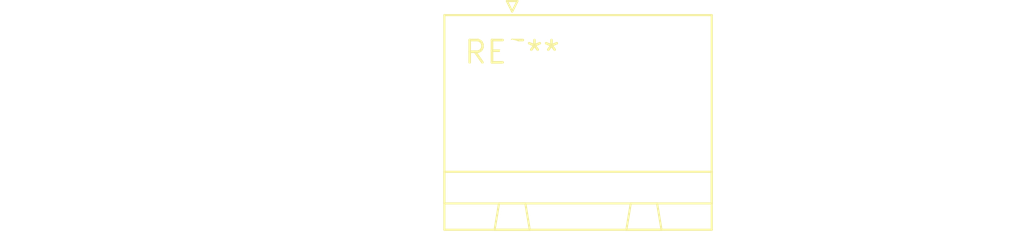
<source format=kicad_pcb>
(kicad_pcb (version 20240108) (generator pcbnew)
  (layers (0 "F.Cu" signal) (31 "B.Cu" signal) (34 "B.Paste" user) (35 "F.Paste" user) (36 "B.SilkS" user "B.Silkscreen") (37 "F.SilkS" user "F.Silkscreen") (38 "B.Mask" user) (39 "F.Mask" user) (44 "Edge.Cuts" user))
  (net 0 "")
  (footprint "PhoenixContact_GMSTBA_2,5_2-G_1x02_P7.50mm_Horizontal" (layer "F.Cu") (at 0 0)
    (property "Reference" "REF**")
    (property "Value" "PhoenixContact_GMSTBA_2,5_2-G_1x02_P7.50mm_Horizontal")
    (fp_line (start -3.86 -2.11) (end -3.86 10.11) (layer "F.SilkS") (stroke (width 0.12)))
    (fp_line (start -3.86 6.81) (end 11.36 6.81) (layer "F.SilkS") (stroke (width 0.12)))
    (fp_line (start -3.86 8.61) (end -3.86 6.81) (layer "F.SilkS") (stroke (width 0.12)))
    (fp_line (start -3.86 10.11) (end 11.36 10.11) (layer "F.SilkS") (stroke (width 0.12)))
    (fp_line (start -1 10.11) (end 1 10.11) (layer "F.SilkS") (stroke (width 0.12)))
    (fp_line (start -0.75 8.61) (end -1 10.11) (layer "F.SilkS") (stroke (width 0.12)))
    (fp_line (start -0.3 -2.91) (end 0.3 -2.91) (layer "F.SilkS") (stroke (width 0.12)))
    (fp_line (start 0 -2.31) (end -0.3 -2.91) (layer "F.SilkS") (stroke (width 0.12)))
    (fp_line (start 0.3 -2.91) (end 0 -2.31) (layer "F.SilkS") (stroke (width 0.12)))
    (fp_line (start 0.75 8.61) (end -0.75 8.61) (layer "F.SilkS") (stroke (width 0.12)))
    (fp_line (start 1 10.11) (end 0.75 8.61) (layer "F.SilkS") (stroke (width 0.12)))
    (fp_line (start 6.5 10.11) (end 8.5 10.11) (layer "F.SilkS") (stroke (width 0.12)))
    (fp_line (start 6.75 8.61) (end 6.5 10.11) (layer "F.SilkS") (stroke (width 0.12)))
    (fp_line (start 8.25 8.61) (end 6.75 8.61) (layer "F.SilkS") (stroke (width 0.12)))
    (fp_line (start 8.5 10.11) (end 8.25 8.61) (layer "F.SilkS") (stroke (width 0.12)))
    (fp_line (start 11.36 -2.11) (end -3.86 -2.11) (layer "F.SilkS") (stroke (width 0.12)))
    (fp_line (start 11.36 6.81) (end 11.36 8.61) (layer "F.SilkS") (stroke (width 0.12)))
    (fp_line (start 11.36 8.61) (end -3.86 8.61) (layer "F.SilkS") (stroke (width 0.12)))
    (fp_line (start 11.36 10.11) (end 11.36 -2.11) (layer "F.SilkS") (stroke (width 0.12)))
    (pad "1" thru_hole roundrect (at 0 0) (size 2 3.6) (drill 1.4) (layers *.Cu *.Mask) (remove_unused_layers) (roundrect_rratio 0.125))
    (pad "2" thru_hole oval (at 7.5 0) (size 2 3.6) (drill 1.4) (layers *.Cu *.Mask) (remove_unused_layers))
  )
)
</source>
